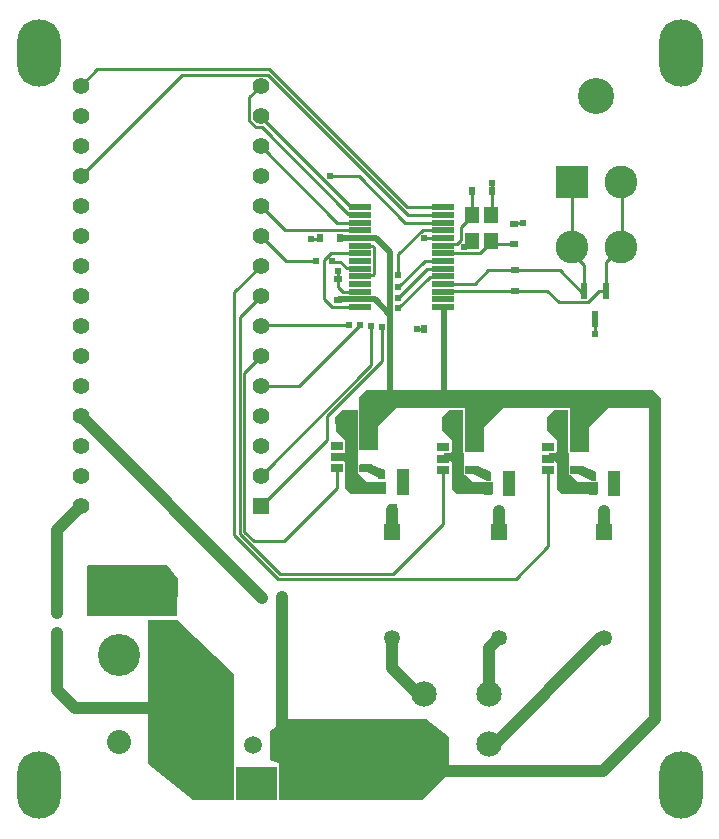
<source format=gtl>
G04*
G04 #@! TF.GenerationSoftware,Altium Limited,Altium Designer,23.6.0 (18)*
G04*
G04 Layer_Physical_Order=1*
G04 Layer_Color=255*
%FSLAX44Y44*%
%MOMM*%
G71*
G04*
G04 #@! TF.SameCoordinates,002E3AE9-4B00-44C7-B55F-2903AD9EE070*
G04*
G04*
G04 #@! TF.FilePolarity,Positive*
G04*
G01*
G75*
%ADD14C,0.2540*%
%ADD18R,1.9000X0.4800*%
%ADD19R,0.6096X0.7874*%
%ADD20R,1.1500X1.4000*%
%ADD21R,0.7874X0.6096*%
%ADD22R,0.5588X1.3208*%
%ADD24R,0.8020X0.9720*%
%ADD25R,0.9800X0.8700*%
%ADD26R,1.1051X1.0062*%
%ADD35C,1.4140*%
%ADD36R,1.4140X1.4140*%
%ADD40R,2.1500X2.1500*%
%ADD41C,2.1500*%
%ADD47R,1.1000X0.6500*%
%ADD48C,0.5080*%
%ADD49C,1.0000*%
%ADD50C,1.0000*%
%ADD51O,3.7000X5.7000*%
%ADD52C,3.5560*%
%ADD53C,2.0320*%
%ADD54C,3.0500*%
%ADD55C,2.7750*%
%ADD56R,2.7750X2.7750*%
%ADD57C,1.5080*%
%ADD58R,1.5080X1.5080*%
%ADD59R,1.3500X1.3500*%
%ADD60C,1.3500*%
%ADD61C,0.6096*%
G36*
X549868Y359331D02*
Y351900D01*
X505163D01*
X505235Y351726D01*
X488959Y335527D01*
Y314870D01*
X472472D01*
Y351900D01*
X416363D01*
X416435Y351726D01*
X400159Y335527D01*
Y314870D01*
X383672D01*
Y351900D01*
X325654D01*
X310359Y336677D01*
Y316020D01*
X294204D01*
Y323950D01*
X294275Y324120D01*
Y350275D01*
X293872Y351247D01*
Y354761D01*
X293911Y354772D01*
X294037Y361437D01*
X299800Y367200D01*
X542805Y367210D01*
X549868Y359331D01*
D02*
G37*
G36*
X315670Y299110D02*
Y291494D01*
X312365D01*
X301048Y297349D01*
X294204D01*
Y303915D01*
X305048D01*
X315670Y299110D01*
D02*
G37*
G36*
X494270Y297960D02*
Y290345D01*
X490965D01*
X479648Y296200D01*
X472732D01*
Y302765D01*
X483648D01*
X494270Y297960D01*
D02*
G37*
G36*
X405470Y297960D02*
Y290345D01*
X402165D01*
X390848Y296200D01*
X383932D01*
Y302765D01*
X394848D01*
X405470Y297960D01*
D02*
G37*
G36*
X471097Y314870D02*
X471430Y314067D01*
Y313930D01*
X471487D01*
X471500Y313898D01*
X471935Y313718D01*
Y303970D01*
X471430D01*
Y302941D01*
X471357Y302765D01*
Y296200D01*
X471430Y296024D01*
Y294930D01*
X472478D01*
X472732Y294825D01*
X473170D01*
X479492Y288809D01*
X496235D01*
Y278700D01*
X465894D01*
X461414Y282952D01*
Y305500D01*
X460235Y306849D01*
X454713D01*
Y313352D01*
X460235D01*
X460741Y313930D01*
X460970D01*
Y314192D01*
X461414Y314700D01*
Y324500D01*
X453217Y332697D01*
X452970Y343933D01*
X459311Y350275D01*
X471097D01*
Y314870D01*
D02*
G37*
G36*
X382297Y314870D02*
X382630Y314068D01*
Y313930D01*
X382687D01*
X382700Y313898D01*
X383135Y313718D01*
Y303970D01*
X382630D01*
Y302940D01*
X382557Y302765D01*
Y296200D01*
X382630Y296024D01*
Y294930D01*
X383678D01*
X383932Y294825D01*
X384370D01*
X390692Y288809D01*
X407435D01*
Y278700D01*
X377094D01*
X372614Y282952D01*
Y305500D01*
X371435Y306849D01*
X365913D01*
Y313352D01*
X371435D01*
X371940Y313930D01*
X372170D01*
Y314192D01*
X372614Y314700D01*
Y324500D01*
X364417Y332697D01*
X364170Y343933D01*
X370511Y350275D01*
X382297D01*
Y314870D01*
D02*
G37*
G36*
X292900Y324120D02*
X292830D01*
Y315080D01*
X292900D01*
Y305120D01*
X292830D01*
Y296080D01*
X292900D01*
Y296000D01*
X300457Y288809D01*
X317200D01*
Y278700D01*
X286859D01*
X282379Y282952D01*
Y305500D01*
X281200Y306849D01*
X275678D01*
Y313352D01*
X281200D01*
X282379Y314700D01*
Y324500D01*
X274182Y332697D01*
X273935Y343933D01*
X280276Y350275D01*
X292900D01*
Y324120D01*
D02*
G37*
G36*
X336400Y278200D02*
X325900D01*
Y299759D01*
X336400D01*
Y278200D01*
D02*
G37*
G36*
X515000Y277050D02*
X504500D01*
Y298609D01*
X515000D01*
Y277050D01*
D02*
G37*
G36*
X426200Y277050D02*
X415700D01*
Y298609D01*
X426200D01*
Y277050D01*
D02*
G37*
G36*
X131670Y218758D02*
X140322Y207424D01*
X139994Y175600D01*
X63400D01*
Y217902D01*
X64298Y218799D01*
X131670Y218758D01*
D02*
G37*
G36*
X187708Y126737D02*
Y20300D01*
X153321D01*
X115700Y50056D01*
Y171900D01*
X139900D01*
X187708Y126737D01*
D02*
G37*
G36*
X224357Y20000D02*
X189601D01*
Y48200D01*
X224357D01*
Y20000D01*
D02*
G37*
G36*
X369720Y73643D02*
Y42120D01*
X347300Y19700D01*
X227100D01*
X226203Y20600D01*
X226325Y51423D01*
X218917Y54125D01*
Y78000D01*
X233800Y88681D01*
X350366D01*
X369720Y73643D01*
D02*
G37*
D14*
X380600Y505167D02*
X389583Y514150D01*
X365867Y490247D02*
X376947D01*
X383017Y488414D02*
X385103D01*
X376947Y490247D02*
X380600Y493900D01*
Y505167D01*
X364937Y489317D02*
X365867Y490247D01*
X427958Y508205D02*
X432905D01*
X433200Y508500D01*
X427471Y507718D02*
X427958Y508205D01*
X408091Y490891D02*
X425121D01*
X405583Y493400D02*
X408091Y490891D01*
X404220Y62681D02*
X407848Y66309D01*
X454200Y234700D02*
Y299357D01*
X426790Y207290D02*
X454200Y234700D01*
X362910Y495644D02*
X363083Y495817D01*
X349044Y495644D02*
X362910D01*
X348871Y495471D02*
X349044Y495644D01*
X493792Y414408D02*
X493900Y414300D01*
X493792Y414408D02*
Y426942D01*
X493683Y427050D02*
X493792Y426942D01*
X474673Y488000D02*
Y545223D01*
X463731Y468204D02*
X484183Y447751D01*
X482659Y452867D02*
X484183Y451343D01*
X425725Y468204D02*
X463731D01*
X484183Y450926D02*
Y451343D01*
X403441Y468204D02*
X425725D01*
X484183Y454736D02*
Y473173D01*
X516673Y488000D02*
Y545223D01*
X503183Y450926D02*
Y475183D01*
X516000Y488000D01*
X474000Y483356D02*
Y488000D01*
Y483356D02*
X484183Y473173D01*
X364937Y450317D02*
X365371Y450751D01*
X425291D01*
X425725Y451186D02*
X453509D01*
X425291Y450751D02*
X425725Y451186D01*
X453509D02*
X462913Y441782D01*
X488030D01*
X497174Y450926D01*
X503183D01*
X364937Y456817D02*
X392054D01*
X403441Y468204D01*
X188300Y244533D02*
Y449600D01*
X210800Y472100D01*
X188300Y244533D02*
X225543Y207290D01*
X192900Y428800D02*
X210800Y446700D01*
X196710Y246900D02*
Y381810D01*
X192900Y245322D02*
X227122Y211100D01*
X196710Y381810D02*
X210800Y395900D01*
X192900Y245322D02*
Y428800D01*
X196710Y246900D02*
X204810Y238800D01*
X275600Y284100D02*
Y300600D01*
X204810Y238800D02*
X230300D01*
X275600Y284100D01*
X225543Y207290D02*
X426790D01*
X227122Y211100D02*
X322600D01*
X365400Y253900D01*
X253599Y495243D02*
X260634D01*
X260691Y495300D01*
X389583Y492894D02*
Y493400D01*
X385103Y488414D02*
X389583Y492894D01*
X406046Y515863D02*
X406509Y516326D01*
Y535300D02*
Y537300D01*
Y516326D02*
Y535300D01*
X405583Y515400D02*
X406046Y515863D01*
X406509Y537300D02*
X406584Y537375D01*
Y542594D01*
X406659Y542669D01*
X389491Y515492D02*
Y537300D01*
Y515492D02*
X389583Y515400D01*
X396250Y482817D02*
X406824Y493391D01*
X364937Y482817D02*
X396250D01*
X389583Y514150D02*
Y515400D01*
X211510Y589490D02*
X284953Y516047D01*
X206820Y589490D02*
X211510D01*
X294107Y516047D02*
X294837Y515317D01*
X284953Y516047D02*
X294107D01*
X201190Y595119D02*
X206510Y589800D01*
X206510D02*
X206820Y589490D01*
X206510Y589800D02*
X206510D01*
X269100Y548300D02*
X293643D01*
X210800Y598354D02*
X287337Y521817D01*
X210800Y370500D02*
X243500D01*
X294700Y421700D01*
X266500Y344612D02*
X313542Y391654D01*
Y420400D01*
X327362Y436160D02*
X353790Y462587D01*
X364207D02*
X364937Y463317D01*
X353790Y462587D02*
X364207D01*
X351290Y469087D02*
X364207D01*
X327296Y445093D02*
X351290Y469087D01*
X304400Y387900D02*
Y421100D01*
X210800Y294300D02*
X304400Y387900D01*
X327258Y454000D02*
X349576Y476317D01*
X364937D01*
X327258Y481761D02*
X347815Y502317D01*
X327258Y464200D02*
Y481761D01*
X210800Y421300D02*
X211350Y421850D01*
X284650D02*
X285200Y422400D01*
X211350Y421850D02*
X284650D01*
X266500Y324600D02*
Y344612D01*
X210800Y268900D02*
X266500Y324600D01*
X364207Y469087D02*
X364937Y469817D01*
X201190Y595119D02*
Y614890D01*
X333126Y508817D02*
X364937D01*
X293643Y548300D02*
X333126Y508817D01*
X210800Y598354D02*
Y599100D01*
X287337Y521817D02*
X294837D01*
X72500Y638600D02*
X217600D01*
X334383Y521817D01*
X364207Y522547D02*
X364937Y521817D01*
X356653Y522547D02*
X364207D01*
X335495Y515317D02*
X364937D01*
X214781Y634110D02*
X216702D01*
X335495Y515317D01*
X334383Y521817D02*
X364937D01*
X201190Y614890D02*
X210800Y624500D01*
X275683Y508817D02*
X294837D01*
X210800Y573700D02*
X275683Y508817D01*
X347815Y502317D02*
X364937D01*
X231383D02*
X294837D01*
X210800Y522900D02*
X231383Y502317D01*
X232401Y475900D02*
X257700D01*
X210800Y497500D02*
X232401Y475900D01*
X144210Y634110D02*
X206819D01*
X206820Y634110D02*
X214781D01*
X206819Y634110D02*
X206820Y634110D01*
X58400Y548300D02*
X144210Y634110D01*
X214781Y634110D02*
X214781Y634110D01*
X58400Y624500D02*
X72500Y638600D01*
X271497Y475900D02*
X272177Y475219D01*
X276416Y454284D02*
Y460633D01*
X272177Y475219D02*
X278219D01*
X269817Y482817D02*
X294837D01*
X280383Y450317D02*
X294837D01*
X294612Y470043D02*
X294837Y469817D01*
X283396Y470043D02*
X294612D01*
X278219Y475219D02*
X283396Y470043D01*
X276416Y454284D02*
X280383Y450317D01*
X264400Y444414D02*
X271497Y437317D01*
X294837D01*
X264400Y477400D02*
X269817Y482817D01*
X276229Y460820D02*
Y467391D01*
Y460820D02*
X276416Y460633D01*
X264400Y444414D02*
Y477400D01*
X294837Y463317D02*
X295567Y464047D01*
X294837Y489317D02*
X295567Y488587D01*
Y464047D02*
X305389D01*
X306877Y465535D01*
Y487099D01*
X305389Y488587D02*
X306877Y487099D01*
X295567Y488587D02*
X305389D01*
X342664Y418848D02*
X347934D01*
X275600Y310100D02*
X275639Y310139D01*
X365400Y253900D02*
Y299450D01*
X322300Y265650D02*
X322600Y265950D01*
D18*
X294837Y515317D02*
D03*
Y469817D02*
D03*
Y521817D02*
D03*
Y495817D02*
D03*
X364937Y476317D02*
D03*
Y437317D02*
D03*
X294837Y443817D02*
D03*
Y502317D02*
D03*
X364937Y443817D02*
D03*
Y521817D02*
D03*
X294837Y463317D02*
D03*
X364937Y469817D02*
D03*
Y508817D02*
D03*
X294837Y437317D02*
D03*
Y482817D02*
D03*
Y476317D02*
D03*
X364937Y495817D02*
D03*
X294837Y450317D02*
D03*
X364937Y456817D02*
D03*
Y463317D02*
D03*
Y515317D02*
D03*
Y482817D02*
D03*
Y489317D02*
D03*
X294837Y456817D02*
D03*
Y508817D02*
D03*
X364937Y502317D02*
D03*
Y450317D02*
D03*
X294837Y489317D02*
D03*
D19*
X349208Y418602D02*
D03*
X366226D02*
D03*
X491291Y294150D02*
D03*
X508309D02*
D03*
X466591Y343521D02*
D03*
X483609D02*
D03*
X466591Y333050D02*
D03*
X483609D02*
D03*
X406509Y535300D02*
D03*
X389491D02*
D03*
X277709Y495300D02*
D03*
X260691D02*
D03*
X211791Y191600D02*
D03*
X228809D02*
D03*
X377791Y333050D02*
D03*
Y343521D02*
D03*
X394809Y333050D02*
D03*
Y343521D02*
D03*
X305009Y344671D02*
D03*
X287991D02*
D03*
Y334200D02*
D03*
X305009D02*
D03*
X312691Y295300D02*
D03*
X329709D02*
D03*
X419509Y294150D02*
D03*
X402491D02*
D03*
D20*
X405583Y493400D02*
D03*
Y515400D02*
D03*
X389583D02*
D03*
Y493400D02*
D03*
D21*
X425291Y490891D02*
D03*
Y507909D02*
D03*
X425725Y468204D02*
D03*
Y451186D02*
D03*
X276416Y460633D02*
D03*
Y443615D02*
D03*
X38100Y161291D02*
D03*
Y178309D02*
D03*
D22*
X493683Y427050D02*
D03*
X484183Y450926D02*
D03*
X503183D02*
D03*
D24*
X501200Y264800D02*
D03*
X510700Y282500D02*
D03*
X491700D02*
D03*
X322600Y265950D02*
D03*
X332100Y283650D02*
D03*
X313100D02*
D03*
X402900Y282500D02*
D03*
X421900D02*
D03*
X412400Y264800D02*
D03*
D25*
X130763Y165700D02*
D03*
Y181700D02*
D03*
D26*
X195665Y35600D02*
D03*
X181654D02*
D03*
X232000D02*
D03*
X217989D02*
D03*
D35*
X210800Y472100D02*
D03*
Y497500D02*
D03*
Y522900D02*
D03*
Y548300D02*
D03*
Y599100D02*
D03*
Y624500D02*
D03*
X58400D02*
D03*
X210800Y573700D02*
D03*
X58400Y345100D02*
D03*
Y268900D02*
D03*
Y294300D02*
D03*
Y319700D02*
D03*
Y370500D02*
D03*
Y395900D02*
D03*
Y421300D02*
D03*
Y446700D02*
D03*
Y472100D02*
D03*
Y497500D02*
D03*
Y522900D02*
D03*
Y548300D02*
D03*
Y573700D02*
D03*
Y599100D02*
D03*
X210800Y446700D02*
D03*
Y421300D02*
D03*
Y395900D02*
D03*
Y370500D02*
D03*
Y345100D02*
D03*
Y319700D02*
D03*
Y294300D02*
D03*
D36*
Y268900D02*
D03*
D40*
X349220Y67681D02*
D03*
D41*
Y109681D02*
D03*
X404220Y67681D02*
D03*
Y109681D02*
D03*
D47*
X454200Y318450D02*
D03*
Y308950D02*
D03*
Y299450D02*
D03*
X478200D02*
D03*
Y318450D02*
D03*
X275600Y319600D02*
D03*
Y310100D02*
D03*
Y300600D02*
D03*
X299600D02*
D03*
Y319600D02*
D03*
X389400Y318450D02*
D03*
Y299450D02*
D03*
X365400D02*
D03*
Y308950D02*
D03*
Y318450D02*
D03*
D48*
X365991Y360709D02*
Y436264D01*
X320400Y356300D02*
Y430938D01*
Y483800D01*
X307661Y443677D02*
X320400Y430938D01*
X294977Y443677D02*
X307661D01*
X294837Y443817D02*
X294977Y443677D01*
Y495677D02*
X308523D01*
X320400Y483800D01*
X365991Y360709D02*
X369700Y357000D01*
X278086Y495677D02*
X294697D01*
X277709Y495300D02*
X278086Y495677D01*
X276618Y443817D02*
X294837D01*
D49*
X228809Y66700D02*
Y191600D01*
X229300Y65325D02*
Y66700D01*
X500600Y44200D02*
X544900Y88500D01*
X354300Y44200D02*
X500600Y44200D01*
X349220Y67681D02*
Y67681D01*
X544900Y88500D02*
Y352900D01*
X349220Y67681D02*
X354970Y61931D01*
X354970D01*
X407848Y66309D02*
X498339Y156800D01*
X404220Y148620D02*
X412400Y156800D01*
X404220Y104681D02*
Y148620D01*
X322300Y131601D02*
Y156800D01*
Y131601D02*
X349220Y104681D01*
X58400Y345100D02*
X212191Y191309D01*
D50*
X501200Y246800D02*
Y264800D01*
X38100Y248600D02*
X58400Y268900D01*
X38100Y178309D02*
Y248600D01*
Y113200D02*
X53200Y98100D01*
X38100Y113200D02*
Y161291D01*
X322300Y246800D02*
Y265650D01*
X53200Y98100D02*
X122100D01*
X123200Y99200D02*
X125500D01*
X122100Y98100D02*
X123200Y99200D01*
X412400Y246800D02*
Y264800D01*
D51*
X23000Y652200D02*
D03*
X566300D02*
D03*
X566300Y32300D02*
D03*
X23000D02*
D03*
D52*
X90345Y197400D02*
D03*
Y142400D02*
D03*
D53*
Y69400D02*
D03*
D54*
X495000Y616000D02*
D03*
D55*
X516000Y488000D02*
D03*
X474000D02*
D03*
X516000Y543000D02*
D03*
D56*
X474000D02*
D03*
D57*
X229300Y66700D02*
D03*
X203900D02*
D03*
D58*
X178500D02*
D03*
D59*
X501200Y246800D02*
D03*
X322300D02*
D03*
X412400D02*
D03*
D60*
X501200Y156800D02*
D03*
X322300D02*
D03*
X412400D02*
D03*
D61*
X383017Y488414D02*
D03*
X433200Y508500D02*
D03*
X456700Y338315D02*
D03*
X348871Y495471D02*
D03*
X493900Y414300D02*
D03*
X253599Y495243D02*
D03*
X406659Y542669D02*
D03*
X269100Y548300D02*
D03*
X313542Y420400D02*
D03*
X327362Y436160D02*
D03*
X327296Y445093D02*
D03*
X304400Y421100D02*
D03*
X327258Y454000D02*
D03*
X294700Y421700D02*
D03*
X327258Y464200D02*
D03*
X285200Y422400D02*
D03*
X277665Y338315D02*
D03*
X271497Y475900D02*
D03*
X276229Y467391D02*
D03*
X257700Y475900D02*
D03*
X342664Y418848D02*
D03*
X207300Y43600D02*
D03*
Y34100D02*
D03*
Y25300D02*
D03*
X367900Y338315D02*
D03*
M02*

</source>
